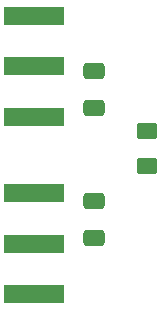
<source format=gtp>
%TF.GenerationSoftware,KiCad,Pcbnew,6.0.2-378541a8eb~116~ubuntu20.04.1*%
%TF.CreationDate,2022-03-14T14:09:01-05:00*%
%TF.ProjectId,bessel_filter,62657373-656c-45f6-9669-6c7465722e6b,1.0*%
%TF.SameCoordinates,Original*%
%TF.FileFunction,Paste,Top*%
%TF.FilePolarity,Positive*%
%FSLAX46Y46*%
G04 Gerber Fmt 4.6, Leading zero omitted, Abs format (unit mm)*
G04 Created by KiCad (PCBNEW 6.0.2-378541a8eb~116~ubuntu20.04.1) date 2022-03-14 14:09:01*
%MOMM*%
%LPD*%
G01*
G04 APERTURE LIST*
G04 Aperture macros list*
%AMRoundRect*
0 Rectangle with rounded corners*
0 $1 Rounding radius*
0 $2 $3 $4 $5 $6 $7 $8 $9 X,Y pos of 4 corners*
0 Add a 4 corners polygon primitive as box body*
4,1,4,$2,$3,$4,$5,$6,$7,$8,$9,$2,$3,0*
0 Add four circle primitives for the rounded corners*
1,1,$1+$1,$2,$3*
1,1,$1+$1,$4,$5*
1,1,$1+$1,$6,$7*
1,1,$1+$1,$8,$9*
0 Add four rect primitives between the rounded corners*
20,1,$1+$1,$2,$3,$4,$5,0*
20,1,$1+$1,$4,$5,$6,$7,0*
20,1,$1+$1,$6,$7,$8,$9,0*
20,1,$1+$1,$8,$9,$2,$3,0*%
G04 Aperture macros list end*
%ADD10RoundRect,0.250001X-0.624999X0.462499X-0.624999X-0.462499X0.624999X-0.462499X0.624999X0.462499X0*%
%ADD11RoundRect,0.250000X-0.650000X0.412500X-0.650000X-0.412500X0.650000X-0.412500X0.650000X0.412500X0*%
%ADD12RoundRect,0.250000X0.650000X-0.412500X0.650000X0.412500X-0.650000X0.412500X-0.650000X-0.412500X0*%
%ADD13R,5.080000X1.500000*%
G04 APERTURE END LIST*
D10*
%TO.C,L1*%
X125000000Y-80500000D03*
X125000000Y-83475000D03*
%TD*%
D11*
%TO.C,C1*%
X120500000Y-75375000D03*
X120500000Y-78500000D03*
%TD*%
D12*
%TO.C,C2*%
X120500000Y-89500000D03*
X120500000Y-86375000D03*
%TD*%
D13*
%TO.C,J1*%
X115443000Y-75000000D03*
X115443000Y-70750000D03*
X115443000Y-79250000D03*
%TD*%
%TO.C,J2*%
X115443000Y-90000000D03*
X115443000Y-85750000D03*
X115443000Y-94250000D03*
%TD*%
M02*

</source>
